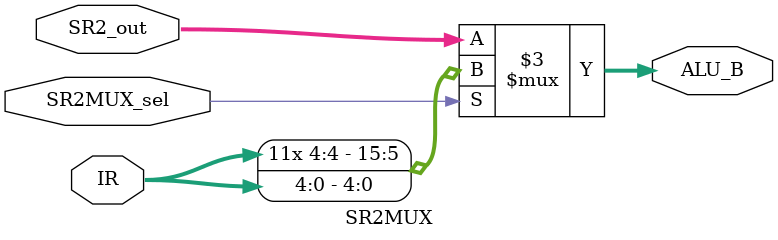
<source format=sv>
module SR2MUX (
						input logic [15:0] IR, SR2_out, 
						input logic SR2MUX_sel,
						output logic [15:0] ALU_B);
						
						
						always_comb
						begin
							if (SR2MUX_sel) begin
								ALU_B = {{11{IR[4]}},IR[4:0]};
							end
							
							else begin
								ALU_B = SR2_out;
							end
						end
endmodule
</source>
